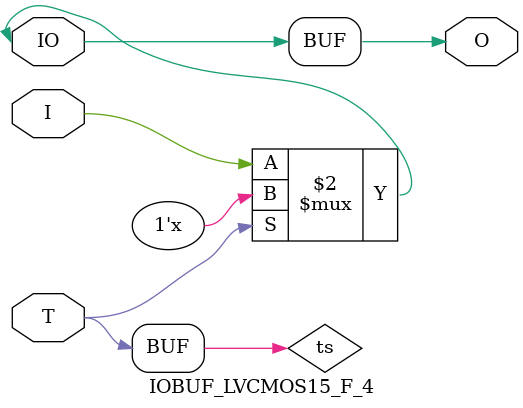
<source format=v>

/*

FUNCTION    : INPUT TRI-STATE OUTPUT BUFFER

*/

`celldefine
`timescale  100 ps / 10 ps

module IOBUF_LVCMOS15_F_4 (O, IO, I, T);

    output O;

    inout  IO;

    input  I, T;

    or O1 (ts, 1'b0, T);
    bufif0 T1 (IO, I, ts);

    buf B1 (O, IO);

endmodule

</source>
